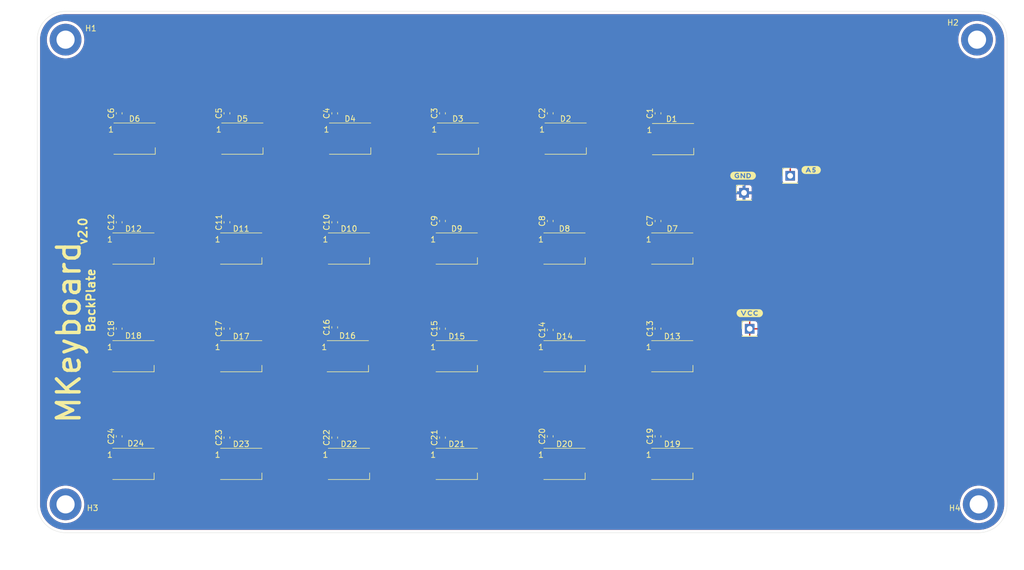
<source format=kicad_pcb>
(kicad_pcb (version 20210824) (generator pcbnew)
  (title_block (title "Macros Keyboard RGB Backplate") (date "2021-04-18") (rev "1.0"))
  (layers (0 "F.Cu" signal) (31 "B.Cu" signal) (34 "B.Paste" user) (35 "F.Paste" user) (36 "B.SilkS" user "B.Silkscreen") (37 "F.SilkS" user "F.Silkscreen") (38 "B.Mask" user) (39 "F.Mask" user) (44 "Edge.Cuts" user))
  (net 0 "")
  (net 1 "Net-(D1-Pad2)")
  (net 2 "VCC")
  (net 3 "GND")
  (net 4 "Net-(D2-Pad2)")
  (net 5 "Net-(D3-Pad2)")
  (net 6 "/A5")
  (net 7 "Net-(D4-Pad2)")
  (net 8 "Net-(D5-Pad2)")
  (net 9 "Net-(D6-Pad2)")
  (net 10 "Net-(D7-Pad2)")
  (net 11 "Net-(D8-Pad2)")
  (net 12 "Net-(D10-Pad4)")
  (net 13 "Net-(D10-Pad2)")
  (net 14 "Net-(D11-Pad2)")
  (net 15 "Net-(D12-Pad2)")
  (net 16 "Net-(D13-Pad2)")
  (net 17 "Net-(D14-Pad2)")
  (net 18 "Net-(D15-Pad2)")
  (net 19 "Net-(D16-Pad2)")
  (net 20 "Net-(D17-Pad2)")
  (net 21 "Net-(D18-Pad2)")
  (net 22 "Net-(D19-Pad2)")
  (net 23 "Net-(D20-Pad2)")
  (net 24 "Net-(D21-Pad2)")
  (net 25 "Net-(D22-Pad2)")
  (net 26 "Net-(D23-Pad2)")
  (footprint "Capacitor_SMD:C_0603_1608Metric" (layer "F.Cu") (at 131 64 90)
    (fp_text reference "C3" (at 0 -1.43 90) (layer "F.SilkS"))
    (fp_text value "100nF")
    (pad "1" smd roundrect locked (at -0.775 0 90) (size 0.9 0.95) (layers "F.Cu" "F.Paste" "F.Mask") (net 2 "VCC"))
    (pad "2" smd roundrect locked (at 0.775 0 90) (size 0.9 0.95) (layers "F.Cu" "F.Paste" "F.Mask") (net 3 "GND"))
  )
  (footprint "Capacitor_SMD:C_0603_1608Metric" (layer "F.Cu") (at 112 64 90)
    (fp_text reference "C4" (at 0 -1.43 90) (layer "F.SilkS"))
    (fp_text value "100nF")
    (pad "1" smd roundrect locked (at -0.775 0 90) (size 0.9 0.95) (layers "F.Cu" "F.Paste" "F.Mask") (net 2 "VCC"))
    (pad "2" smd roundrect locked (at 0.775 0 90) (size 0.9 0.95) (layers "F.Cu" "F.Paste" "F.Mask") (net 3 "GND"))
  )
  (footprint "MountingHole:MountingHole_3.2mm_M3_DIN965_Pad" (layer "F.Cu") (at 64.544875 132.99875)
    (fp_text reference "H3" (at 4.765125 0.66125) (layer "F.SilkS"))
    (fp_text value "MountingHole")
    (pad "1" thru_hole circle locked (at 0 0) (size 5.6 5.6) (drill 3.2) (layers *.Cu *.Mask))
  )
  (footprint "LED_SMD:LED_WS2812B_PLCC4_5.0x5.0mm_P3.2mm" (layer "F.Cu") (at 152.51 106.86)
    (fp_text reference "D14" (at 0 -3.5) (layer "F.SilkS"))
    (fp_text value "WS2812B")
    (fp_text user "1" (at -4.15 -1.6) (layer "F.SilkS"))
    (pad "1" smd rect locked (at -2.45 -1.6) (size 1.5 1) (layers "F.Cu" "F.Paste" "F.Mask") (net 2 "VCC"))
    (pad "2" smd rect locked (at -2.45 1.6) (size 1.5 1) (layers "F.Cu" "F.Paste" "F.Mask") (net 17 "Net-(D14-Pad2)"))
    (pad "3" smd rect locked (at 2.45 1.6) (size 1.5 1) (layers "F.Cu" "F.Paste" "F.Mask") (net 3 "GND"))
    (pad "4" smd rect locked (at 2.45 -1.6) (size 1.5 1) (layers "F.Cu" "F.Paste" "F.Mask") (net 16 "Net-(D13-Pad2)"))
  )
  (footprint "Capacitor_SMD:C_0603_1608Metric" (layer "F.Cu") (at 150 64 90)
    (fp_text reference "C2" (at 0 -1.43 90) (layer "F.SilkS"))
    (fp_text value "100nF")
    (pad "1" smd roundrect locked (at -0.775 0 90) (size 0.9 0.95) (layers "F.Cu" "F.Paste" "F.Mask") (net 2 "VCC"))
    (pad "2" smd roundrect locked (at 0.775 0 90) (size 0.9 0.95) (layers "F.Cu" "F.Paste" "F.Mask") (net 3 "GND"))
  )
  (footprint "" (layer "F.Cu") (at 180.856125 86.36)
    (fp_text reference "" (at 11.31 -11.34) (layer "F.SilkS") (effects (font (size 1.27 1.27))))
    (fp_text value "" (at 11.31 -11.34) (layer "F.SilkS") (effects (font (size 1.27 1.27))))
  )
  (footprint "Capacitor_SMD:C_0603_1608Metric" (layer "F.Cu") (at 169 102 90)
    (fp_text reference "C13" (at 0 -1.43 90) (layer "F.SilkS"))
    (fp_text value "100nF")
    (pad "1" smd roundrect locked (at -0.775 0 90) (size 0.9 0.95) (layers "F.Cu" "F.Paste" "F.Mask") (net 2 "VCC"))
    (pad "2" smd roundrect locked (at 0.775 0 90) (size 0.9 0.95) (layers "F.Cu" "F.Paste" "F.Mask") (net 3 "GND"))
  )
  (footprint "LED_SMD:LED_WS2812B_PLCC4_5.0x5.0mm_P3.2mm" (layer "F.Cu") (at 133.51 106.86)
    (fp_text reference "D15" (at 0 -3.5) (layer "F.SilkS"))
    (fp_text value "WS2812B")
    (fp_text user "1" (at -4.15 -1.6) (layer "F.SilkS"))
    (pad "1" smd rect locked (at -2.45 -1.6) (size 1.5 1) (layers "F.Cu" "F.Paste" "F.Mask") (net 2 "VCC"))
    (pad "2" smd rect locked (at -2.45 1.6) (size 1.5 1) (layers "F.Cu" "F.Paste" "F.Mask") (net 18 "Net-(D15-Pad2)"))
    (pad "3" smd rect locked (at 2.45 1.6) (size 1.5 1) (layers "F.Cu" "F.Paste" "F.Mask") (net 3 "GND"))
    (pad "4" smd rect locked (at 2.45 -1.6) (size 1.5 1) (layers "F.Cu" "F.Paste" "F.Mask") (net 17 "Net-(D14-Pad2)"))
  )
  (footprint "Capacitor_SMD:C_0603_1608Metric" (layer "F.Cu") (at 150 102.225 90)
    (fp_text reference "C14" (at 0 -1.43 90) (layer "F.SilkS"))
    (fp_text value "100nF")
    (pad "1" smd roundrect locked (at -0.775 0 90) (size 0.9 0.95) (layers "F.Cu" "F.Paste" "F.Mask") (net 2 "VCC"))
    (pad "2" smd roundrect locked (at 0.775 0 90) (size 0.9 0.95) (layers "F.Cu" "F.Paste" "F.Mask") (net 3 "GND"))
  )
  (footprint "LED_SMD:LED_WS2812B_PLCC4_5.0x5.0mm_P3.2mm" (layer "F.Cu") (at 114.31 106.86)
    (fp_text reference "D16" (at -0.06 -3.61) (layer "F.SilkS"))
    (fp_text value "WS2812B")
    (fp_text user "1" (at -4.15 -1.6) (layer "F.SilkS"))
    (pad "1" smd rect locked (at -2.45 -1.6) (size 1.5 1) (layers "F.Cu" "F.Paste" "F.Mask") (net 2 "VCC"))
    (pad "2" smd rect locked (at -2.45 1.6) (size 1.5 1) (layers "F.Cu" "F.Paste" "F.Mask") (net 19 "Net-(D16-Pad2)"))
    (pad "3" smd rect locked (at 2.45 1.6) (size 1.5 1) (layers "F.Cu" "F.Paste" "F.Mask") (net 3 "GND"))
    (pad "4" smd rect locked (at 2.45 -1.6) (size 1.5 1) (layers "F.Cu" "F.Paste" "F.Mask") (net 18 "Net-(D15-Pad2)"))
  )
  (footprint "Capacitor_SMD:C_0603_1608Metric" (layer "F.Cu") (at 169 121 90)
    (fp_text reference "C19" (at 0 -1.43 90) (layer "F.SilkS"))
    (fp_text value "100nF")
    (pad "1" smd roundrect locked (at -0.775 0 90) (size 0.9 0.95) (layers "F.Cu" "F.Paste" "F.Mask") (net 2 "VCC"))
    (pad "2" smd roundrect locked (at 0.775 0 90) (size 0.9 0.95) (layers "F.Cu" "F.Paste" "F.Mask") (net 3 "GND"))
  )
  (footprint "Capacitor_SMD:C_0603_1608Metric" (layer "F.Cu") (at 74 102 90)
    (fp_text reference "C18" (at 0 -1.43 90) (layer "F.SilkS"))
    (fp_text value "100nF")
    (pad "1" smd roundrect locked (at -0.775 0 90) (size 0.9 0.95) (layers "F.Cu" "F.Paste" "F.Mask") (net 2 "VCC"))
    (pad "2" smd roundrect locked (at 0.775 0 90) (size 0.9 0.95) (layers "F.Cu" "F.Paste" "F.Mask") (net 3 "GND"))
  )
  (footprint "Capacitor_SMD:C_0603_1608Metric" (layer "F.Cu") (at 93 121.225 90)
    (fp_text reference "C23" (at 0 -1.43 90) (layer "F.SilkS"))
    (fp_text value "100nF")
    (pad "1" smd roundrect locked (at -0.775 0 90) (size 0.9 0.95) (layers "F.Cu" "F.Paste" "F.Mask") (net 2 "VCC"))
    (pad "2" smd roundrect locked (at 0.775 0 90) (size 0.9 0.95) (layers "F.Cu" "F.Paste" "F.Mask") (net 3 "GND"))
  )
  (footprint "LED_SMD:LED_WS2812B_PLCC4_5.0x5.0mm_P3.2mm" (layer "F.Cu") (at 95.51 125.86)
    (fp_text reference "D23" (at 0 -3.5) (layer "F.SilkS"))
    (fp_text value "WS2812B")
    (fp_text user "1" (at -4.15 -1.6) (layer "F.SilkS"))
    (pad "1" smd rect locked (at -2.45 -1.6) (size 1.5 1) (layers "F.Cu" "F.Paste" "F.Mask") (net 2 "VCC"))
    (pad "2" smd rect locked (at -2.45 1.6) (size 1.5 1) (layers "F.Cu" "F.Paste" "F.Mask") (net 26 "Net-(D23-Pad2)"))
    (pad "3" smd rect locked (at 2.45 1.6) (size 1.5 1) (layers "F.Cu" "F.Paste" "F.Mask") (net 3 "GND"))
    (pad "4" smd rect locked (at 2.45 -1.6) (size 1.5 1) (layers "F.Cu" "F.Paste" "F.Mask") (net 25 "Net-(D22-Pad2)"))
  )
  (footprint "MountingHole:MountingHole_3.2mm_M3_DIN965_Pad" (layer "F.Cu") (at 225.544875 132.99875)
    (fp_text reference "H4" (at -4.234875 0.66125) (layer "F.SilkS"))
    (fp_text value "MountingHole")
    (pad "1" thru_hole circle locked (at 0 0) (size 5.6 5.6) (drill 3.2) (layers *.Cu *.Mask))
  )
  (footprint "LED_SMD:LED_WS2812B_PLCC4_5.0x5.0mm_P3.2mm" (layer "F.Cu") (at 133.71 68.46)
    (fp_text reference "D3" (at 0 -3.5) (layer "F.SilkS"))
    (fp_text value "WS2812B")
    (fp_text user "1" (at -4.15 -1.6) (layer "F.SilkS"))
    (pad "1" smd rect locked (at -2.45 -1.6) (size 1.5 1) (layers "F.Cu" "F.Paste" "F.Mask") (net 2 "VCC"))
    (pad "2" smd rect locked (at -2.45 1.6) (size 1.5 1) (layers "F.Cu" "F.Paste" "F.Mask") (net 5 "Net-(D3-Pad2)"))
    (pad "3" smd rect locked (at 2.45 1.6) (size 1.5 1) (layers "F.Cu" "F.Paste" "F.Mask") (net 3 "GND"))
    (pad "4" smd rect locked (at 2.45 -1.6) (size 1.5 1) (layers "F.Cu" "F.Paste" "F.Mask") (net 4 "Net-(D2-Pad2)"))
  )
  (footprint "" (layer "F.Cu") (at 172.856125 89.36)
    (fp_text reference "" (at 11.31 -11.34) (layer "F.SilkS") (effects (font (size 1.27 1.27))))
    (fp_text value "" (at 11.31 -11.34) (layer "F.SilkS") (effects (font (size 1.27 1.27))))
  )
  (footprint "Capacitor_SMD:C_0603_1608Metric" (layer "F.Cu") (at 169 83 90)
    (fp_text reference "C7" (at 0 -1.43 90) (layer "F.SilkS"))
    (fp_text value "100nF")
    (pad "1" smd roundrect locked (at -0.775 0 90) (size 0.9 0.95) (layers "F.Cu" "F.Paste" "F.Mask") (net 2 "VCC"))
    (pad "2" smd roundrect locked (at 0.775 0 90) (size 0.9 0.95) (layers "F.Cu" "F.Paste" "F.Mask") (net 3 "GND"))
  )
  (footprint "LED_SMD:LED_WS2812B_PLCC4_5.0x5.0mm_P3.2mm" (layer "F.Cu") (at 133.51 87.86)
    (fp_text reference "D9" (at 0 -3.5) (layer "F.SilkS"))
    (fp_text value "WS2812B")
    (fp_text user "1" (at -4.15 -1.6) (layer "F.SilkS"))
    (pad "1" smd rect locked (at -2.45 -1.6) (size 1.5 1) (layers "F.Cu" "F.Paste" "F.Mask") (net 2 "VCC"))
    (pad "2" smd rect locked (at -2.45 1.6) (size 1.5 1) (layers "F.Cu" "F.Paste" "F.Mask") (net 12 "Net-(D10-Pad4)"))
    (pad "3" smd rect locked (at 2.45 1.6) (size 1.5 1) (layers "F.Cu" "F.Paste" "F.Mask") (net 3 "GND"))
    (pad "4" smd rect locked (at 2.45 -1.6) (size 1.5 1) (layers "F.Cu" "F.Paste" "F.Mask") (net 11 "Net-(D8-Pad2)"))
  )
  (footprint "Capacitor_SMD:C_0603_1608Metric" (layer "F.Cu") (at 93 64 90)
    (fp_text reference "C5" (at 0 -1.43 90) (layer "F.SilkS"))
    (fp_text value "100nF")
    (pad "1" smd roundrect locked (at -0.775 0 90) (size 0.9 0.95) (layers "F.Cu" "F.Paste" "F.Mask") (net 2 "VCC"))
    (pad "2" smd roundrect locked (at 0.775 0 90) (size 0.9 0.95) (layers "F.Cu" "F.Paste" "F.Mask") (net 3 "GND"))
  )
  (footprint "Capacitor_SMD:C_0603_1608Metric" (layer "F.Cu") (at 150 83 90)
    (fp_text reference "C8" (at 0 -1.43 90) (layer "F.SilkS"))
    (fp_text value "100nF")
    (pad "1" smd roundrect locked (at -0.775 0 90) (size 0.9 0.95) (layers "F.Cu" "F.Paste" "F.Mask") (net 2 "VCC"))
    (pad "2" smd roundrect locked (at 0.775 0 90) (size 0.9 0.95) (layers "F.Cu" "F.Paste" "F.Mask") (net 3 "GND"))
  )
  (footprint "LED_SMD:LED_WS2812B_PLCC4_5.0x5.0mm_P3.2mm" (layer "F.Cu") (at 171.51 87.86)
    (fp_text reference "D7" (at 0 -3.5) (layer "F.SilkS"))
    (fp_text value "WS2812B")
    (fp_text user "1" (at -4.15 -1.6) (layer "F.SilkS"))
    (pad "1" smd rect locked (at -2.45 -1.6) (size 1.5 1) (layers "F.Cu" "F.Paste" "F.Mask") (net 2 "VCC"))
    (pad "2" smd rect locked (at -2.45 1.6) (size 1.5 1) (layers "F.Cu" "F.Paste" "F.Mask") (net 10 "Net-(D7-Pad2)"))
    (pad "3" smd rect locked (at 2.45 1.6) (size 1.5 1) (layers "F.Cu" "F.Paste" "F.Mask") (net 3 "GND"))
    (pad "4" smd rect locked (at 2.45 -1.6) (size 1.5 1) (layers "F.Cu" "F.Paste" "F.Mask") (net 9 "Net-(D6-Pad2)"))
  )
  (footprint "Capacitor_SMD:C_0603_1608Metric" (layer "F.Cu") (at 74 121 90)
    (fp_text reference "C24" (at 0 -1.43 90) (layer "F.SilkS"))
    (fp_text value "100nF")
    (pad "1" smd roundrect locked (at -0.775 0 90) (size 0.9 0.95) (layers "F.Cu" "F.Paste" "F.Mask") (net 2 "VCC"))
    (pad "2" smd roundrect locked (at 0.775 0 90) (size 0.9 0.95) (layers "F.Cu" "F.Paste" "F.Mask") (net 3 "GND"))
  )
  (footprint "Capacitor_SMD:C_0603_1608Metric" (layer "F.Cu") (at 150 121 90)
    (fp_text reference "C20" (at 0 -1.43 90) (layer "F.SilkS"))
    (fp_text value "100nF")
    (pad "1" smd roundrect locked (at -0.775 0 90) (size 0.9 0.95) (layers "F.Cu" "F.Paste" "F.Mask") (net 2 "VCC"))
    (pad "2" smd roundrect locked (at 0.775 0 90) (size 0.9 0.95) (layers "F.Cu" "F.Paste" "F.Mask") (net 3 "GND"))
  )
  (footprint "Capacitor_SMD:C_0603_1608Metric" (layer "F.Cu") (at 112 101.775 90)
    (fp_text reference "C16" (at 0 -1.43 90) (layer "F.SilkS"))
    (fp_text value "100nF")
    (pad "1" smd roundrect locked (at -0.775 0 90) (size 0.9 0.95) (layers "F.Cu" "F.Paste" "F.Mask") (net 2 "VCC"))
    (pad "2" smd roundrect locked (at 0.775 0 90) (size 0.9 0.95) (layers "F.Cu" "F.Paste" "F.Mask") (net 3 "GND"))
  )
  (footprint "" (layer "F.Cu") (at 184.17875 83.74875)
    (fp_text reference "" (at 11.31 -11.34) (layer "F.SilkS") (effects (font (size 1.27 1.27))))
    (fp_text value "" (at 11.31 -11.34) (layer "F.SilkS") (effects (font (size 1.27 1.27))))
  )
  (footprint "LED_SMD:LED_WS2812B_PLCC4_5.0x5.0mm_P3.2mm" (layer "F.Cu") (at 95.71 68.46)
    (fp_text reference "D5" (at 0 -3.5) (layer "F.SilkS"))
    (fp_text value "WS2812B")
    (fp_text user "1" (at -4.15 -1.6) (layer "F.SilkS"))
    (pad "1" smd rect locked (at -2.45 -1.6) (size 1.5 1) (layers "F.Cu" "F.Paste" "F.Mask") (net 2 "VCC"))
    (pad "2" smd rect locked (at -2.45 1.6) (size 1.5 1) (layers "F.Cu" "F.Paste" "F.Mask") (net 8 "Net-(D5-Pad2)"))
    (pad "3" smd rect locked (at 2.45 1.6) (size 1.5 1) (layers "F.Cu" "F.Paste" "F.Mask") (net 3 "GND"))
    (pad "4" smd rect locked (at 2.45 -1.6) (size 1.5 1) (layers "F.Cu" "F.Paste" "F.Mask") (net 7 "Net-(D4-Pad2)"))
  )
  (footprint "Capacitor_SMD:C_0603_1608Metric" (layer "F.Cu") (at 112 121.225 90)
    (fp_text reference "C22" (at 0 -1.43 90) (layer "F.SilkS"))
    (fp_text value "100nF")
    (pad "1" smd roundrect locked (at -0.775 0 90) (size 0.9 0.95) (layers "F.Cu" "F.Paste" "F.Mask") (net 2 "VCC"))
    (pad "2" smd roundrect locked (at 0.775 0 90) (size 0.9 0.95) (layers "F.Cu" "F.Paste" "F.Mask") (net 3 "GND"))
  )
  (footprint "Capacitor_SMD:C_0603_1608Metric" (layer "F.Cu") (at 169 64 90)
    (fp_text reference "C1" (at 0 -1.43 90) (layer "F.SilkS"))
    (fp_text value "100nF")
    (pad "1" smd roundrect locked (at -0.775 0 90) (size 0.9 0.95) (layers "F.Cu" "F.Paste" "F.Mask") (net 2 "VCC"))
    (pad "2" smd roundrect locked (at 0.775 0 90) (size 0.9 0.95) (layers "F.Cu" "F.Paste" "F.Mask") (net 3 "GND"))
  )
  (footprint "LED_SMD:LED_WS2812B_PLCC4_5.0x5.0mm_P3.2mm" (layer "F.Cu") (at 171.65 68.55)
    (fp_text reference "D1" (at -0.25 -3.55) (layer "F.SilkS"))
    (fp_text value "WS2812B")
    (fp_text user "1" (at -4.15 -1.6) (layer "F.SilkS"))
    (pad "1" smd rect locked (at -2.45 -1.6) (size 1.5 1) (layers "F.Cu" "F.Paste" "F.Mask") (net 2 "VCC"))
    (pad "2" smd rect locked (at -2.45 1.6) (size 1.5 1) (layers "F.Cu" "F.Paste" "F.Mask") (net 1 "Net-(D1-Pad2)"))
    (pad "3" smd rect locked (at 2.45 1.6) (size 1.5 1) (layers "F.Cu" "F.Paste" "F.Mask") (net 3 "GND"))
    (pad "4" smd rect locked (at 2.45 -1.6) (size 1.5 1) (layers "F.Cu" "F.Paste" "F.Mask") (net 6 "/A5"))
  )
  (footprint "LED_SMD:LED_WS2812B_PLCC4_5.0x5.0mm_P3.2mm" (layer "F.Cu") (at 171.51 125.86)
    (fp_text reference "D19" (at 0 -3.5) (layer "F.SilkS"))
    (fp_text value "WS2812B")
    (fp_text user "1" (at -4.15 -1.6) (layer "F.SilkS"))
    (pad "1" smd rect locked (at -2.45 -1.6) (size 1.5 1) (layers "F.Cu" "F.Paste" "F.Mask") (net 2 "VCC"))
    (pad "2" smd rect locked (at -2.45 1.6) (size 1.5 1) (layers "F.Cu" "F.Paste" "F.Mask") (net 22 "Net-(D19-Pad2)"))
    (pad "3" smd rect locked (at 2.45 1.6) (size 1.5 1) (layers "F.Cu" "F.Paste" "F.Mask") (net 3 "GND"))
    (pad "4" smd rect locked (at 2.45 -1.6) (size 1.5 1) (layers "F.Cu" "F.Paste" "F.Mask") (net 21 "Net-(D18-Pad2)"))
  )
  (footprint "MountingHole:MountingHole_3.2mm_M3_DIN965_Pad" (layer "F.Cu") (at 225.244875 50.99875)
    (fp_text reference "H2" (at -4.244875 -2.99875) (layer "F.SilkS"))
    (fp_text value "MountingHole")
    (pad "1" thru_hole circle locked (at 0 0) (size 5.6 5.6) (drill 3.2) (layers *.Cu *.Mask))
  )
  (footprint "MountingHole:MountingHole_3.2mm_M3_DIN965_Pad" (layer "F.Cu") (at 64.544875 50.99875)
    (fp_text reference "H1" (at 4.455125 -1.99875) (layer "F.SilkS"))
    (fp_text value "MountingHole")
    (pad "1" thru_hole circle locked (at 0 0) (size 5.6 5.6) (drill 3.2) (layers *.Cu *.Mask))
  )
  (footprint "Capacitor_SMD:C_0603_1608Metric" (layer "F.Cu") (at 131 121.225 90)
    (fp_text reference "C21" (at 0 -1.43 90) (layer "F.SilkS"))
    (fp_text value "100nF")
    (pad "1" smd roundrect locked (at -0.775 0 90) (size 0.9 0.95) (layers "F.Cu" "F.Paste" "F.Mask") (net 2 "VCC"))
    (pad "2" smd roundrect locked (at 0.775 0 90) (size 0.9 0.95) (layers "F.Cu" "F.Paste" "F.Mask") (net 3 "GND"))
  )
  (footprint "Connector_PinHeader_2.54mm:PinHeader_1x01_P2.54mm_Vertical" (layer "F.Cu") (at 185.166125 102.02)
    (fp_text reference "TP1")
    (fp_text value "VCC")
    (pad "1" thru_hole rect locked (at 0 0) (size 1.7 1.7) (drill 1) (layers *.Cu *.Mask) (net 2 "VCC"))
  )
  (footprint "LED_SMD:LED_WS2812B_PLCC4_5.0x5.0mm_P3.2mm" (layer "F.Cu") (at 152.51 87.86)
    (fp_text reference "D8" (at 0 -3.5) (layer "F.SilkS"))
    (fp_text value "WS2812B")
    (fp_text user "1" (at -4.15 -1.6) (layer "F.SilkS"))
    (pad "1" smd rect locked (at -2.45 -1.6) (size 1.5 1) (layers "F.Cu" "F.Paste" "F.Mask") (net 2 "VCC"))
    (pad "2" smd rect locked (at -2.45 1.6) (size 1.5 1) (layers "F.Cu" "F.Paste" "F.Mask") (net 11 "Net-(D8-Pad2)"))
    (pad "3" smd rect locked (at 2.45 1.6) (size 1.5 1) (layers "F.Cu" "F.Paste" "F.Mask") (net 3 "GND"))
    (pad "4" smd rect locked (at 2.45 -1.6) (size 1.5 1) (layers "F.Cu" "F.Paste" "F.Mask") (net 10 "Net-(D7-Pad2)"))
  )
  (footprint "LED_SMD:LED_WS2812B_PLCC4_5.0x5.0mm_P3.2mm" (layer "F.Cu") (at 114.51 125.86)
    (fp_text reference "D22" (at 0 -3.5) (layer "F.SilkS"))
    (fp_text value "WS2812B")
    (fp_text user "1" (at -4.15 -1.6) (layer "F.SilkS"))
    (pad "1" smd rect locked (at -2.45 -1.6) (size 1.5 1) (layers "F.Cu" "F.Paste" "F.Mask") (net 2 "VCC"))
    (pad "2" smd rect locked (at -2.45 1.6) (size 1.5 1) (layers "F.Cu" "F.Paste" "F.Mask") (net 25 "Net-(D22-Pad2)"))
    (pad "3" smd rect locked (at 2.45 1.6) (size 1.5 1) (layers "F.Cu" "F.Paste" "F.Mask") (net 3 "GND"))
    (pad "4" smd rect locked (at 2.45 -1.6) (size 1.5 1) (layers "F.Cu" "F.Paste" "F.Mask") (net 24 "Net-(D21-Pad2)"))
  )
  (footprint "buzzardLabel" (layer "F.Cu") (at 196 74)
    (fp_text reference "" (at 0 0) (layer "F.SilkS") (effects (font (size 1.27 1.27))))
    (fp_text value "" (at 0 0) (layer "F.SilkS") (effects (font (size 1.27 1.27))))
  )
  (footprint "LED_SMD:LED_WS2812B_PLCC4_5.0x5.0mm_P3.2mm" (layer "F.Cu") (at 95.51 87.86)
    (fp_text reference "D11" (at 0 -3.5) (layer "F.SilkS"))
    (fp_text value "WS2812B")
    (fp_text user "1" (at -4.15 -1.6) (layer "F.SilkS"))
    (pad "1" smd rect locked (at -2.45 -1.6) (size 1.5 1) (layers "F.Cu" "F.Paste" "F.Mask") (net 2 "VCC"))
    (pad "2" smd rect locked (at -2.45 1.6) (size 1.5 1) (layers "F.Cu" "F.Paste" "F.Mask") (net 14 "Net-(D11-Pad2)"))
    (pad "3" smd rect locked (at 2.45 1.6) (size 1.5 1) (layers "F.Cu" "F.Paste" "F.Mask") (net 3 "GND"))
    (pad "4" smd rect locked (at 2.45 -1.6) (size 1.5 1) (layers "F.Cu" "F.Paste" "F.Mask") (net 13 "Net-(D10-Pad2)"))
  )
  (footprint "LED_SMD:LED_WS2812B_PLCC4_5.0x5.0mm_P3.2mm" (layer "F.Cu") (at 76.51 106.86)
    (fp_text reference "D18" (at -0.01 -3.61) (layer "F.SilkS"))
    (fp_text value "WS2812B")
    (fp_text user "1" (at -4.15 -1.6) (layer "F.SilkS"))
    (pad "1" smd rect locked (at -2.45 -1.6) (size 1.5 1) (layers "F.Cu" "F.Paste" "F.Mask") (net 2 "VCC"))
    (pad "2" smd rect locked (at -2.45 1.6) (size 1.5 1) (layers "F.Cu" "F.Paste" "F.Mask") (net 21 "Net-(D18-Pad2)"))
    (pad "3" smd rect locked (at 2.45 1.6) (size 1.5 1) (layers "F.Cu" "F.Paste" "F.Mask") (net 3 "GND"))
    (pad "4" smd rect locked (at 2.45 -1.6) (size 1.5 1) (layers "F.Cu" "F.Paste" "F.Mask") (net 20 "Net-(D17-Pad2)"))
  )
  (footprint "" (layer "F.Cu") (at 214.234875 144.33875)
    (fp_text reference "" (at 11.31 -11.34) (layer "F.SilkS") (effects (font (size 1.27 1.27))))
    (fp_text value "" (at 11.31 -11.34) (layer "F.SilkS") (effects (font (size 1.27 1.27))))
  )
  (footprint "LED_SMD:LED_WS2812B_PLCC4_5.0x5.0mm_P3.2mm" (layer "F.Cu") (at 76.51 125.86)
    (fp_text reference "D24" (at 0.4 -3.6) (layer "F.SilkS"))
    (fp_text value "WS2812B")
    (fp_text user "1" (at -4.15 -1.6) (layer "F.SilkS"))
    (pad "1" smd rect locked (at -2.45 -1.6) (size 1.5 1) (layers "F.Cu" "F.Paste" "F.Mask") (net 2 "VCC"))
    (pad "2" smd rect locked (at -2.45 1.6) (size 1.5 1) (layers "F.Cu" "F.Paste" "F.Mask"))
    (pad "3" smd rect locked (at 2.45 1.6) (size 1.5 1) (layers "F.Cu" "F.Paste" "F.Mask") (net 3 "GND"))
    (pad "4" smd rect locked (at 2.45 -1.6) (size 1.5 1) (layers "F.Cu" "F.Paste" "F.Mask") (net 26 "Net-(D23-Pad2)"))
  )
  (footprint "LED_SMD:LED_WS2812B_PLCC4_5.0x5.0mm_P3.2mm" (layer "F.Cu") (at 152.51 125.86)
    (fp_text reference "D20" (at 0 -3.5) (layer "F.SilkS"))
    (fp_text value "WS2812B")
    (fp_text user "1" (at -4.15 -1.6) (layer "F.SilkS"))
    (pad "1" smd rect locked (at -2.45 -1.6) (size 1.5 1) (layers "F.Cu" "F.Paste" "F.Mask") (net 2 "VCC"))
    (pad "2" smd rect locked (at -2.45 1.6) (size 1.5 1) (layers "F.Cu" "F.Paste" "F.Mask") (net 23 "Net-(D20-Pad2)"))
    (pad "3" smd rect locked (at 2.45 1.6) (size 1.5 1) (layers "F.Cu" "F.Paste" "F.Mask") (net 3 "GND"))
    (pad "4" smd rect locked (at 2.45 -1.6) (size 1.5 1) (layers "F.Cu" "F.Paste" "F.Mask") (net 22 "Net-(D19-Pad2)"))
  )
  (footprint "Capacitor_SMD:C_0603_1608Metric" (layer "F.Cu") (at 93 83.225 90)
    (fp_text reference "C11" (at 0 -1.43 90) (layer "F.SilkS"))
    (fp_text value "100nF")
    (pad "1" smd roundrect locked (at -0.775 0 90) (size 0.9 0.95) (layers "F.Cu" "F.Paste" "F.Mask") (net 2 "VCC"))
    (pad "2" smd roundrect locked (at 0.775 0 90) (size 0.9 0.95) (layers "F.Cu" "F.Paste" "F.Mask") (net 3 "GND"))
  )
  (footprint "Capacitor_SMD:C_0603_1608Metric" (layer "F.Cu") (at 74 83.225 90)
    (fp_text reference "C12" (at 0 -1.43 90) (layer "F.SilkS"))
    (fp_text value "100nF")
    (pad "1" smd roundrect locked (at -0.775 0 90) (size 0.9 0.95) (layers "F.Cu" "F.Paste" "F.Mask") (net 2 "VCC"))
    (pad "2" smd roundrect locked (at 0.775 0 90) (size 0.9 0.95) (layers "F.Cu" "F.Paste" "F.Mask") (net 3 "GND"))
  )
  (footprint "LED_SMD:LED_WS2812B_PLCC4_5.0x5.0mm_P3.2mm" (layer "F.Cu") (at 114.51 87.86)
    (fp_text reference "D10" (at 0 -3.5) (layer "F.SilkS"))
    (fp_text value "WS2812B")
    (fp_text user "1" (at -4.15 -1.6) (layer "F.SilkS"))
    (pad "1" smd rect locked (at -2.45 -1.6) (size 1.5 1) (layers "F.Cu" "F.Paste" "F.Mask") (net 2 "VCC"))
    (pad "2" smd rect locked (at -2.45 1.6) (size 1.5 1) (layers "F.Cu" "F.Paste" "F.Mask") (net 13 "Net-(D10-Pad2)"))
    (pad "3" smd rect locked (at 2.45 1.6) (size 1.5 1) (layers "F.Cu" "F.Paste" "F.Mask") (net 3 "GND"))
    (pad "4" smd rect locked (at 2.45 -1.6) (size 1.5 1) (layers "F.Cu" "F.Paste" "F.Mask") (net 12 "Net-(D10-Pad4)"))
  )
  (footprint "LED_SMD:LED_WS2812B_PLCC4_5.0x5.0mm_P3.2mm" (layer "F.Cu") (at 76.71 68.46)
    (fp_text reference "D6" (at 0 -3.5) (layer "F.SilkS"))
    (fp_text value "WS2812B")
    (fp_text user "1" (at -4.15 -1.6) (layer "F.SilkS"))
    (pad "1" smd rect locked (at -2.45 -1.6) (size 1.5 1) (layers "F.Cu" "F.Paste" "F.Mask") (net 2 "VCC"))
    (pad "2" smd rect locked (at -2.45 1.6) (size 1.5 1) (layers "F.Cu" "F.Paste" "F.Mask") (net 9 "Net-(D6-Pad2)"))
    (pad "3" smd rect locked (at 2.45 1.6) (size 1.5 1) (layers "F.Cu" "F.Paste" "F.Mask") (net 3 "GND"))
    (pad "4" smd rect locked (at 2.45 -1.6) (size 1.5 1) (layers "F.Cu" "F.Paste" "F.Mask") (net 8 "Net-(D5-Pad2)"))
  )
  (footprint "Capacitor_SMD:C_0603_1608Metric" (layer "F.Cu") (at 112 83.225 90)
    (fp_text reference "C10" (at 0 -1.43 90) (layer "F.SilkS"))
    (fp_text value "100nF")
    (pad "1" smd roundrect locked (at -0.775 0 90) (size 0.9 0.95) (layers "F.Cu" "F.Paste" "F.Mask") (net 2 "VCC"))
    (pad "2" smd roundrect locked (at 0.775 0 90) (size 0.9 0.95) (layers "F.Cu" "F.Paste" "F.Mask") (net 3 "GND"))
  )
  (footprint "buzzardLabel" (layer "F.Cu") (at 184 75)
    (fp_text reference "" (at -5.62125 -0.02125) (layer "F.SilkS") (effects (font (size 1.27 1.27))))
    (fp_text value "" (at -5.62125 -0.02125) (layer "F.SilkS") (effects (font (size 1.27 1.27))))
  )
  (footprint "Connector_PinHeader_2.54mm:PinHeader_1x01_P2.54mm_Vertical" (layer "F.Cu") (at 184.166125 78.02)
    (fp_text reference "TP8")
    (fp_text value "GND")
    (pad "1" thru_hole rect locked (at 0 0) (size 1.7 1.7) (drill 1) (layers *.Cu *.Mask) (net 3 "GND"))
  )
  (footprint "LED_SMD:LED_WS2812B_PLCC4_5.0x5.0mm_P3.2mm" (layer "F.Cu") (at 171.51 106.86)
    (fp_text reference "D13" (at 0 -3.5) (layer "F.SilkS"))
    (fp_text value "WS2812B")
    (fp_text user "1" (at -4.15 -1.6) (layer "F.SilkS"))
    (pad "1" smd rect locked (at -2.45 -1.6) (size 1.5 1) (layers "F.Cu" "F.Paste" "F.Mask") (net 2 "VCC"))
    (pad "2" smd rect locked (at -2.45 1.6) (size 1.5 1) (layers "F.Cu" "F.Paste" "F.Mask") (net 16 "Net-(D13-Pad2)"))
    (pad "3" smd rect locked (at 2.45 1.6) (size 1.5 1) (layers "F.Cu" "F.Paste" "F.Mask") (net 3 "GND"))
    (pad "4" smd rect locked (at 2.45 -1.6) (size 1.5 1) (layers "F.Cu" "F.Paste" "F.Mask") (net 15 "Net-(D12-Pad2)"))
  )
  (footprint "buzzardLabel" (layer "F.Cu") (at 185.18 99.26)
    (fp_text reference "" (at -5.62125 -0.02125) (layer "F.SilkS") (effects (font (size 1.27 1.27))))
    (fp_text value "" (at -5.62125 -0.02125) (layer "F.SilkS") (effects (font (size 1.27 1.27))))
  )
  (footprint "LED_SMD:LED_WS2812B_PLCC4_5.0x5.0mm_P3.2mm" (layer "F.Cu") (at 95.51 106.86)
    (fp_text reference "D17" (at 0 -3.5) (layer "F.SilkS"))
    (fp_text value "WS2812B")
    (fp_text user "1" (at -4.15 -1.6) (layer "F.SilkS"))
    (pad "1" smd rect locked (at -2.45 -1.6) (size 1.5 1) (layers "F.Cu" "F.Paste" "F.Mask") (net 2 "VCC"))
    (pad "2" smd rect locked (at -2.45 1.6) (size 1.5 1) (layers "F.Cu" "F.Paste" "F.Mask") (net 20 "Net-(D17-Pad2)"))
    (pad "3" smd rect locked (at 2.45 1.6) (size 1.5 1) (layers "F.Cu" "F.Paste" "F.Mask") (net 3 "GND"))
    (pad "4" smd rect locked (at 2.45 -1.6) (size 1.5 1) (layers "F.Cu" "F.Paste" "F.Mask") (net 19 "Net-(D16-Pad2)"))
  )
  (footprint "Capacitor_SMD:C_0603_1608Metric" (layer "F.Cu") (at 131 83 90)
    (fp_text reference "C9" (at 0 -1.43 90) (layer "F.SilkS"))
    (fp_text value "100nF")
    (pad "1" smd roundrect locked (at -0.775 0 90) (size 0.9 0.95) (layers "F.Cu" "F.Paste" "F.Mask") (net 2 "VCC"))
    (pad "2" smd roundrect locked (at 0.775 0 90) (size 0.9 0.95) (layers "F.Cu" "F.Paste" "F.Mask") (net 3 "GND"))
  )
  (footprint "LED_SMD:LED_WS2812B_PLCC4_5.0x5.0mm_P3.2mm" (layer "F.Cu") (at 133.51 125.86)
    (fp_text reference "D21" (at 0 -3.5) (layer "F.SilkS"))
    (fp_text value "WS2812B")
    (fp_text user "1" (at -4.15 -1.6) (layer "F.SilkS"))
    (pad "1" smd rect locked (at -2.45 -1.6) (size 1.5 1) (layers "F.Cu" "F.Paste" "F.Mask") (net 2 "VCC"))
    (pad "2" smd rect locked (at -2.45 1.6) (size 1.5 1) (layers "F.Cu" "F.Paste" "F.Mask") (net 24 "Net-(D21-Pad2)"))
    (pad "3" smd rect locked (at 2.45 1.6) (size 1.5 1) (layers "F.Cu" "F.Paste" "F.Mask") (net 3 "GND"))
    (pad "4" smd rect locked (at 2.45 -1.6) (size 1.5 1) (layers "F.Cu" "F.Paste" "F.Mask") (net 23 "Net-(D20-Pad2)"))
  )
  (footprint "Capacitor_SMD:C_0603_1608Metric" (layer "F.Cu") (at 131 102 90)
    (fp_text reference "C15" (at 0 -1.43 90) (layer "F.SilkS"))
    (fp_text value "100nF")
    (pad "1" smd roundrect locked (at -0.775 0 90) (size 0.9 0.95) (layers "F.Cu" "F.Paste" "F.Mask") (net 2 "VCC"))
    (pad "2" smd roundrect locked (at 0.775 0 90) (size 0.9 0.95) (layers "F.Cu" "F.Paste" "F.Mask") (net 3 "GND"))
  )
  (footprint "" (layer "F.Cu") (at 173.856125 113.36)
    (fp_text reference "" (at 11.31 -11.34) (layer "F.SilkS") (effects (font (size 1.27 1.27))))
    (fp_text value "" (at 11.31 -11.34) (layer "F.SilkS") (effects (font (size 1.27 1.27))))
  )
  (footprint "Capacitor_SMD:C_0603_1608Metric" (layer "F.Cu") (at 74 64 90)
    (fp_text reference "C6" (at 0 -1.43 90) (layer "F.SilkS"))
    (fp_text value "100nF")
    (pad "1" smd roundrect locked (at -0.775 0 90) (size 0.9 0.95) (layers "F.Cu" "F.Paste" "F.Mask") (net 2 "VCC"))
    (pad "2" smd roundrect locked (at 0.775 0 90) (size 0.9 0.95) (layers "F.Cu" "F.Paste" "F.Mask") (net 3 "GND"))
  )
  (footprint "LED_SMD:LED_WS2812B_PLCC4_5.0x5.0mm_P3.2mm" (layer "F.Cu") (at 76.51 87.86)
    (fp_text reference "D12" (at 0 -3.5) (layer "F.SilkS"))
    (fp_text value "WS2812B")
    (fp_text user "1" (at -4.15 -1.6) (layer "F.SilkS"))
    (pad "1" smd rect locked (at -2.45 -1.6) (size 1.5 1) (layers "F.Cu" "F.Paste" "F.Mask") (net 2 "VCC"))
    (pad "2" smd rect locked (at -2.45 1.6) (size 1.5 1) (layers "F.Cu" "F.Paste" "F.Mask") (net 15 "Net-(D12-Pad2)"))
    (pad "3" smd rect locked (at 2.45 1.6) (size 1.5 1) (layers "F.Cu" "F.Paste" "F.Mask") (net 3 "GND"))
    (pad "4" smd rect locked (at 2.45 -1.6) (size 1.5 1) (layers "F.Cu" "F.Paste" "F.Mask") (net 14 "Net-(D11-Pad2)"))
  )
  (footprint "LED_SMD:LED_WS2812B_PLCC4_5.0x5.0mm_P3.2mm" (layer "F.Cu") (at 114.71 68.46)
    (fp_text reference "D4" (at 0 -3.5) (layer "F.SilkS"))
    (fp_text value "WS2812B")
    (fp_text user "1" (at -4.15 -1.6) (layer "F.SilkS"))
    (pad "1" smd rect locked (at -2.45 -1.6) (size 1.5 1) (layers "F.Cu" "F.Paste" "F.Mask") (net 2 "VCC"))
    (pad "2" smd rect locked (at -2.45 1.6) (size 1.5 1) (layers "F.Cu" "F.Paste" "F.Mask") (net 7 "Net-(D4-Pad2)"))
    (pad "3" smd rect locked (at 2.45 1.6) (size 1.5 1) (layers "F.Cu" "F.Paste" "F.Mask") (net 3 "GND"))
    (pad "4" smd rect locked (at 2.45 -1.6) (size 1.5 1) (layers "F.Cu" "F.Paste" "F.Mask") (net 5 "Net-(D3-Pad2)"))
  )
  (footprint "" (layer "F.Cu") (at 53.234875 62.33875)
    (fp_text reference "" (at 11.31 -11.34) (layer "F.SilkS") (effects (font (size 1.27 1.27))))
    (fp_text value "" (at 11.31 -11.34) (layer "F.SilkS") (effects (font (size 1.27 1.27))))
  )
  (footprint "" (layer "F.Cu") (at 213.934875 62.33875)
    (fp_text reference "" (at 11.31 -11.34) (layer "F.SilkS") (effects (font (size 1.27 1.27))))
    (fp_text value "" (at 11.31 -11.34) (layer "F.SilkS") (effects (font (size 1.27 1.27))))
  )
  (footprint "LED_SMD:LED_WS2812B_PLCC4_5.0x5.0mm_P3.2mm" (layer "F.Cu") (at 152.71 68.46)
    (fp_text reference "D2" (at 0 -3.5) (layer "F.SilkS"))
    (fp_text value "WS2812B")
    (fp_text user "1" (at -4.15 -1.6) (layer "F.SilkS"))
    (pad "1" smd rect locked (at -2.45 -1.6) (size 1.5 1) (layers "F.Cu" "F.Paste" "F.Mask") (net 2 "VCC"))
    (pad "2" smd rect locked (at -2.45 1.6) (size 1.5 1) (layers "F.Cu" "F.Paste" "F.Mask") (net 4 "Net-(D2-Pad2)"))
    (pad "3" smd rect locked (at 2.45 1.6) (size 1.5 1) (layers "F.Cu" "F.Paste" "F.Mask") (net 3 "GND"))
    (pad "4" smd rect locked (at 2.45 -1.6) (size 1.5 1) (layers "F.Cu" "F.Paste" "F.Mask") (net 1 "Net-(D1-Pad2)"))
  )
  (footprint "" (layer "F.Cu") (at 53.234875 144.33875)
    (fp_text reference "" (at 11.31 -11.34) (layer "F.SilkS") (effects (font (size 1.27 1.27))))
    (fp_text value "" (at 11.31 -11.34) (layer "F.SilkS") (effects (font (size 1.27 1.27))))
  )
  (footprint "Connector_PinHeader_2.54mm:PinHeader_1x01_P2.54mm_Vertical" (layer "F.Cu") (at 192.31 75.02)
    (fp_text reference "TP4")
    (fp_text value "A5")
    (pad "1" thru_hole rect locked (at 0 0) (size 1.7 1.7) (drill 1) (layers *.Cu *.Mask) (net 6 "/A5"))
  )
  (footprint "Capacitor_SMD:C_0603_1608Metric" (layer "F.Cu") (at 93 102 90)
    (fp_text reference "C17" (at 0 -1.43 90) (layer "F.SilkS"))
    (fp_text value "100nF")
    (pad "1" smd roundrect locked (at -0.775 0 90) (size 0.9 0.95) (layers "F.Cu" "F.Paste" "F.Mask") (net 2 "VCC"))
    (pad "2" smd roundrect locked (at 0.775 0 90) (size 0.9 0.95) (layers "F.Cu" "F.Paste" "F.Mask") (net 3 "GND"))
  )
  (gr_line (start 59.544875 50.99875) (end 59.544875 132.99875) (layer "Edge.Cuts") (width 0.05))
  (gr_arc (start 225.544875 50.99875) (end 225.544875 45.99875) (angle 90) (layer "Edge.Cuts") (width 0.05))
  (gr_line (start 64.544875 137.99875) (end 225.544875 137.99875) (layer "Edge.Cuts") (width 0.05))
  (gr_line (start 230.544875 50.99875) (end 230.544875 132.99875) (layer "Edge.Cuts") (width 0.05))
  (gr_arc (start 64.544875 132.99875) (end 64.544875 137.99875) (angle 90) (layer "Edge.Cuts") (width 0.05))
  (gr_arc (start 225.544875 132.99875) (end 230.544875 132.99875) (angle 90) (layer "Edge.Cuts") (width 0.05))
  (gr_arc (start 64.544875 50.99875) (end 59.544875 50.99875) (angle 90) (layer "Edge.Cuts") (width 0.05))
  (gr_line (start 225.544875 45.99875) (end 64.544875 45.99875) (layer "Edge.Cuts") (width 0.05))
  (gr_text "BackPlate" (at 69 97 90) (layer "F.SilkS") (effects (font (size 1.5 1.5) (thickness 0.3))))
  (gr_text "MKeyboard" (at 65.10875 102.665125 90) (layer "F.SilkS") (effects (font (size 4 4) (thickness 0.6))))
  (gr_text "v2.0" (at 67.6 84.793875 90) (layer "F.SilkS") (effects (font (size 1.5 1.5) (thickness 0.3))))
  (segment (start 158.45 70.15) (end 155.16 66.86) (width 0.25) (layer "F.Cu") (net 1))
  (segment (start 169.2 70.15) (end 158.45 70.15) (width 0.25) (layer "F.Cu") (net 1))
  (segment (start 171 122) (end 172 123) (width 0.25) (layer "F.Cu") (net 2))
  (segment (start 131 83.775) (end 112.225 83.775) (width 0.25) (layer "F.Cu") (net 2))
  (segment (start 184 107) (end 184 108) (width 0.25) (layer "F.Cu") (net 2))
  (segment (start 93 122) (end 74.225 122) (width 0.25) (layer "F.Cu") (net 2))
  (segment (start 197 65) (end 199 67) (width 0.25) (layer "F.Cu") (net 2))
  (segment (start 131 66.6) (end 131.26 66.86) (width 0.25) (layer "F.Cu") (net 2))
  (segment (start 169 83.775) (end 169 86.2) (width 0.25) (layer "F.Cu") (net 2))
  (segment (start 169 86.2) (end 169.06 86.26) (width 0.25) (layer "F.Cu") (net 2))
  (segment (start 112 84) (end 93 84) (width 0.25) (layer "F.Cu") (net 2))
  (segment (start 93 64.775) (end 93 66.6) (width 0.25) (layer "F.Cu") (net 2))
  (segment (start 131.225 121.775) (end 131 122) (width 0.25) (layer "F.Cu") (net 2))
  (segment (start 169 121.775) (end 150 121.775) (width 0.25) (layer "F.Cu") (net 2))
  (segment (start 150 124.2) (end 150.06 124.26) (width 0.25) (layer "F.Cu") (net 2))
  (segment (start 112 86.2) (end 112.06 86.26) (width 0.25) (layer "F.Cu") (net 2))
  (segment (start 184 124) (end 184 107) (width 0.25) (layer "F.Cu") (net 2))
  (segment (start 131 86.2) (end 131.06 86.26) (width 0.25) (layer "F.Cu") (net 2))
  (segment (start 150.26 65.035) (end 150 64.775) (width 0.25) (layer "F.Cu") (net 2))
  (segment (start 169 102.775) (end 170.775 102.775) (width 0.25) (layer "F.Cu") (net 2))
  (segment (start 93 84) (end 93 86.2) (width 0.25) (layer "F.Cu") (net 2))
  (segment (start 74 105.2) (end 74.06 105.26) (width 0.25) (layer "F.Cu") (net 2))
  (segment (start 112.26 65.035) (end 112 64.775) (width 0.25) (layer "F.Cu") (net 2))
  (segment (start 150.225 102.775) (end 150 103) (width 0.25) (layer "F.Cu") (net 2))
  (segment (start 184 105) (end 184 107) (width 0.25) (layer "F.Cu") (net 2))
  (segment (start 112.225 83.775) (end 112 84) (width 0.25) (layer "F.Cu") (net 2))
  (segment (start 93 86.2) (end 93.06 86.26) (width 0.25) (layer "F.Cu") (net 2))
  (segment (start 150 64.775) (end 131 64.775) (width 0.25) (layer "F.Cu") (net 2))
  (segment (start 74 102.775) (end 74 105.2) (width 0.25) (layer "F.Cu") (net 2))
  (segment (start 93 105.2) (end 93.06 105.26) (width 0.25) (layer "F.Cu") (net 2))
  (segment (start 182 88) (end 185.166125 91.166125) (width 0.25) (layer "F.Cu") (net 2))
  (segment (start 173 126) (end 182 126) (width 0.25) (layer "F.Cu") (net 2))
  (segment (start 74.26 65.035) (end 74 64.775) (width 0.25) (layer "F.Cu") (net 2))
  (segment (start 112 122) (end 93 122) (width 0.25) (layer "F.Cu") (net 2))
  (segment (start 172 123) (end 172 125) (width 0.25) (layer "F.Cu") (net 2))
  (segment (start 131 124.2) (end 131.06 124.26) (width 0.25) (layer "F.Cu") (net 2))
  (segment (start 187.17 102.02) (end 185.166125 102.02) (width 0.25) (layer "F.Cu") (net 2))
  (segment (start 169.225 65) (end 197 65) (width 0.25) (layer "F.Cu") (net 2))
  (segment (start 170.775 121.775) (end 171 122) (width 0.25) (layer "F.Cu") (net 2))
  (segment (start 199 67) (end 199 97) (width 0.25) (layer "F.Cu") (net 2))
  (segment (start 172 85) (end 172 87) (width 0.25) (layer "F.Cu") (net 2))
  (segment (start 74 64.775) (end 93 64.775) (width 0.25) (layer "F.Cu") (net 2))
  (segment (start 74 84) (end 74 86.2) (width 0.25) (layer "F.Cu") (net 2))
  (segment (start 112 124.2) (end 112.06 124.26) (width 0.25) (layer "F.Cu") (net 2))
  (segment (start 169 64.775) (end 150 64.775) (width 0.25) (layer "F.Cu") (net 2))
  (segment (start 150 83.775) (end 131 83.775) (width 0.25) (layer "F.Cu") (net 2))
  (segment (start 131 64.775) (end 131 66.6) (width 0.25) (layer "F.Cu") (net 2))
  (segment (start 131 64.775) (end 112 64.775) (width 0.25) (layer "F.Cu") (net 2))
  (segment (start 170.775 83.775) (end 172 85) (width 0.25) (layer "F.Cu") (net 2))
  (segment (start 131 83.775) (end 131 86.2) (width 0.25) (layer "F.Cu") (net 2))
  (segment (start 169 83.775) (end 150 83.775) (width 0.25) (layer "F.Cu") (net 2))
  (segment (start 74.225 122) (end 74 121.775) (width 0.25) (layer "F.Cu") (net 2))
  (segment (start 93 122) (end 93 124.2) (width 0.25) (layer "F.Cu") (net 2))
  (segment (start 112 102.55) (end 112 105.12) (width 0.25) (layer "F.Cu") (net 2))
  (segment (start 74 121.775) (end 74 124.2) (width 0.25) (layer "F.Cu") (net 2))
  (segment (start 150 121.775) (end 150 124.2) (width 0.25) (layer "F.Cu") (net 2))
  (segment (start 169.06 105.26) (end 169.06 102.835) (width 0.25) (layer "F.Cu") (net 2))
  (segment (start 199 97) (end 193.98 102.02) (width 0.25) (layer "F.Cu") (net 2))
  (segment (start 150.26 66.86) (end 150.26 65.035) (width 0.25) (layer "F.Cu") (net 2))
  (segment (start 93 102.775) (end 93 105.2) (width 0.25) (layer "F.Cu") (net 2))
  (segment (start 93.225 102.55) (end 93 102.775) (width 0.25) (layer "F.Cu") (net 2))
  (segment (start 185.166125 103.833875) (end 184 105) (width 0.25) (layer "F.Cu") (net 2))
  (segment (start 93 102.775) (end 74 102.775) (width 0.25) (layer "F.Cu") (net 2))
  (segment (start 172 125) (end 173 126) (width 0.25) (layer "F.Cu") (net 2))
  (segment (start 131 122) (end 131 124.2) (width 0.25) (layer "F.Cu") (net 2))
  (segment (start 150 103) (end 131.225 103) (width 0.25) (layer "F.Cu") (net 2))
  (segment (start 169.06 102.835) (end 169 102.775) (width 0.25) (layer "F.Cu") (net 2))
  (segment (start 93 66.6) (end 93.26 66.86) (width 0.25) (layer "F.Cu") (net 2))
  (segment (start 184 107) (end 172 107) (width 0.25) (layer "F.Cu") (net 2))
  (segment (start 112 122) (end 112 124.2) (width 0.25) (layer "F.Cu") (net 2))
  (segment (start 182 126) (end 184 124) (width 0.25) (layer "F.Cu") (net 2))
  (segment (start 112.225 102.775) (end 112 102.55) (width 0.25) (layer "F.Cu") (net 2))
  (segment (start 150 103) (end 150 105.2) (width 0.25) (layer "F.Cu") (net 2))
  (segment (start 131 102.775) (end 131 105.2) (width 0.25) (layer "F.Cu") (net 2))
  (segment (start 74 86.2) (end 74.06 86.26) (width 0.25) (layer "F.Cu") (net 2))
  (segment (start 169 124.2) (end 169.06 124.26) (width 0.25) (layer "F.Cu") (net 2))
  (segment (start 169 83.775) (end 170.775 83.775) (width 0.25) (layer "F.Cu") (net 2))
  (segment (start 169 121.775) (end 170.775 121.775) (width 0.25) (layer "F.Cu") (net 2))
  (segment (start 169.2 66.95) (end 169.2 64.975) (width 0.25) (layer "F.Cu") (net 2))
  (segment (start 74.26 66.86) (end 74.26 65.035) (width 0.25) (layer "F.Cu") (net 2))
  (segment (start 112 84) (end 112 86.2) (width 0.25) (layer "F.Cu") (net 2))
  (segment (start 112 105.12) (end 111.86 105.26) (width 0.25) (layer "F.Cu") (net 2))
  (segment (start 169 102.775) (end 150.225 102.775) (width 0.25) (layer "F.Cu") (net 2))
  (segment (start 93 124.2) (end 93.06 124.26) (width 0.25) (layer "F.Cu") (net 2))
  (segment (start 131 122) (end 112 122) (width 0.25) (layer "F.Cu") (net 2))
  (segment (start 112.26 66.86) (end 112.26 65.035) (width 0.25) (layer "F.Cu") (net 2))
  (segment (start 150 121.775) (end 131.225 121.775) (width 0.25) (layer "F.Cu") (net 2))
  (segment (start 150 105.2) (end 150.06 105.26) (width 0.25) (layer "F.Cu") (net 2))
  (segment (start 131.225 103) (end 131 102.775) (width 0.25) (layer "F.Cu") (net 2))
  (segment (start 169 121.775) (end 169 124.2) (width 0.25) (layer "F.Cu") (net 2))
  (segment (start 172 107) (end 171 106) (width 0.25) (layer "F.Cu") (net 2))
  (segment (start 185.166125 102.02) (end 185.166125 103.833875) (width 0.25) (layer "F.Cu") (net 2))
  (segment (start 74 124.2) (end 74.06 124.26) (width 0.25) (layer "F.Cu") (net 2))
  (segment (start 112 64.775) (end 93 64.775) (width 0.25) (layer "F.Cu") (net 2))
  (segment (start 93 84) (end 74 84) (width 0.25) (layer "F.Cu") (net 2))
  (segment (start 193.98 102.02) (end 187.17 102.02) (width 0.25) (layer "F.Cu") (net 2))
  (segment (start 150 86.2) (end 150.06 86.26) (width 0.25) (layer "F.Cu") (net 2))
  (segment (start 131 105.2) (end 131.06 105.26) (width 0.25) (layer "F.Cu") (net 2))
  (segment (start 169.2 64.975) (end 169 64.775) (width 0.25) (layer "F.Cu") (net 2))
  (segment (start 172 87) (end 173 88) (width 0.25) (layer "F.Cu") (net 2))
  (segment (start 112 102.55) (end 93.225 102.55) (width 0.25) (layer "F.Cu") (net 2))
  (segment (start 173 88) (end 182 88) (width 0.25) (layer "F.Cu") (net 2))
  (segment (start 185.166125 91.166125) (end 185.166125 102.02) (width 0.25) (layer "F.Cu") (net 2))
  (segment (start 131 102.775) (end 112.225 102.775) (width 0.25) (layer "F.Cu") (net 2))
  (segment (start 171 103) (end 171 106) (width 0.25) (layer "F.Cu") (net 2))
  (segment (start 170.775 102.775) (end 171 103) (width 0.25) (layer "F.Cu") (net 2))
  (segment (start 150 83.775) (end 150 86.2) (width 0.25) (layer "F.Cu") (net 2))
  (segment (start 169 64.775) (end 169.225 65) (width 0.25) (layer "F.Cu") (net 2))
  (segment (start 139.36 70.06) (end 136.16 66.86) (width 0.25) (layer "F.Cu") (net 4))
  (segment (start 150.26 70.06) (end 139.36 70.06) (width 0.25) (layer "F.Cu") (net 4))
  (segment (start 120.36 70.06) (end 117.16 66.86) (width 0.25) (layer "F.Cu") (net 5))
  (segment (start 131.26 70.06) (end 120.36 70.06) (width 0.25) (layer "F.Cu") (net 5))
  (segment (start 189.95 66.95) (end 184.05 66.95) (width 0.25) (layer "F.Cu") (net 6))
  (segment (start 189.95 66.95) (end 174.1 66.95) (width 0.25) (layer "F.Cu") (net 6))
  (segment (start 192.31 69.31) (end 189.95 66.95) (width 0.25) (layer "F.Cu") (net 6))
  (segment (start 192.31 75.02) (end 192.31 69.31) (width 0.25) (layer "F.Cu") (net 6))
  (segment (start 101.36 70.06) (end 98.16 66.86) (width 0.25) (layer "F.Cu") (net 7))
  (segment (start 112.26 70.06) (end 101.36 70.06) (width 0.25) (layer "F.Cu") (net 7))
  (segment (start 82.36 70.06) (end 79.16 66.86) (width 0.25) (layer "F.Cu") (net 8))
  (segment (start 93.26 70.06) (end 82.36 70.06) (width 0.25) (layer "F.Cu") (net 8))
  (segment (start 74.26 75.26) (end 74.26 70.06) (width 0.25) (layer "F.Cu") (net 9))
  (segment (start 173.96 86.26) (end 173.96 79.96) (width 0.25) (layer "F.Cu") (net 9))
  (segment (start 171 77) (end 76 77) (width 0.25) (layer "F.Cu") (net 9))
  (segment (start 173.96 79.96) (end 171 77) (width 0.25) (layer "F.Cu") (net 9))
  (segment (start 76 77) (end 74.26 75.26) (width 0.25) (layer "F.Cu") (net 9))
  (segment (start 169.06 89.46) (end 158.16 89.46) (width 0.25) (layer "F.Cu") (net 10))
  (segment (start 158.16 89.46) (end 154.96 86.26) (width 0.25) (layer "F.Cu") (net 10))
  (segment (start 139.16 89.46) (end 135.96 86.26) (width 0.25) (layer "F.Cu") (net 11))
  (segment (start 150.06 89.46) (end 139.16 89.46) (width 0.25) (layer "F.Cu") (net 11))
  (segment (start 131.06 89.46) (end 120.16 89.46) (width 0.25) (layer "F.Cu") (net 12))
  (segment (start 120.16 89.46) (end 116.96 86.26) (width 0.25) (layer "F.Cu") (net 12))
  (segment (start 112.06 89.46) (end 101.16 89.46) (width 0.25) (layer "F.Cu") (net 13))
  (segment (start 101.16 89.46) (end 97.96 86.26) (width 0.25) (layer "F.Cu") (net 13))
  (segment (start 93.06 89.46) (end 82.16 89.46) (width 0.25) (layer "F.Cu") (net 14))
  (segment (start 82.16 89.46) (end 78.96 86.26) (width 0.25) (layer "F.Cu") (net 14))
  (segment (start 173.96 98.96) (end 171 96) (width 0.25) (layer "F.Cu") (net 15))
  (segment (start 171 96) (end 76 96) (width 0.25) (layer "F.Cu") (net 15))
  (segment (start 74.06 94.06) (end 74.06 89.46) (width 0.25) (layer "F.Cu") (net 15))
  (segment (start 173.96 105.26) (end 173.96 98.96) (width 0.25) (layer "F.Cu") (net 15))
  (segment (start 76 96) (end 74.06 94.06) (width 0.25) (layer "F.Cu") (net 15))
  (segment (start 169.06 108.46) (end 158.16 108.46) (width 0.25) (layer "F.Cu") (net 16))
  (segment (start 158.16 108.46) (end 154.96 105.26) (width 0.25) (layer "F.Cu") (net 16))
  (segment (start 150.06 108.46) (end 139.16 108.46) (width 0.25) (layer "F.Cu") (net 17))
  (segment (start 139.16 108.46) (end 135.96 105.26) (width 0.25) (layer "F.Cu") (net 17))
  (segment (start 119.96 108.46) (end 116.76 105.26) (width 0.25) (layer "F.Cu") (net 18))
  (segment (start 131.06 108.46) (end 119.96 108.46) (width 0.25) (layer "F.Cu") (net 18))
  (segment (start 111.86 108.46) (end 101.16 108.46) (width 0.25) (layer "F.Cu") (net 19))
  (segment (start 101.16 108.46) (end 97.96 105.26) (width 0.25) (layer "F.Cu") (net 19))
  (segment (start 93.06 108.46) (end 82.16 108.46) (width 0.25) (layer "F.Cu") (net 20))
  (segment (start 82.16 108.46) (end 78.96 105.26) (width 0.25) (layer "F.Cu") (net 20))
  (segment (start 77 115) (end 74.06 112.06) (width 0.25) (layer "F.Cu") (net 21))
  (segment (start 74.06 112.06) (end 74.06 108.46) (width 0.25) (layer "F.Cu") (net 21))
  (segment (start 173.96 116.96) (end 172 115) (width 0.25) (layer "F.Cu") (net 21))
  (segment (start 172 115) (end 77 115) (width 0.25) (layer "F.Cu") (net 21))
  (segment (start 173.96 124.26) (end 173.96 116.96) (width 0.25) (layer "F.Cu") (net 21))
  (segment (start 158.16 127.46) (end 154.96 124.26) (width 0.25) (layer "F.Cu") (net 22))
  (segment (start 169.06 127.46) (end 158.16 127.46) (width 0.25) (layer "F.Cu") (net 22))
  (segment (start 150.06 127.46) (end 139.16 127.46) (width 0.25) (layer "F.Cu") (net 23))
  (segment (start 139.16 127.46) (end 135.96 124.26) (width 0.25) (layer "F.Cu") (net 23))
  (segment (start 120.16 127.46) (end 116.96 124.26) (width 0.25) (layer "F.Cu") (net 24))
  (segment (start 131.06 127.46) (end 120.16 127.46) (width 0.25) (layer "F.Cu") (net 24))
  (segment (start 112.06 127.46) (end 101.16 127.46) (width 0.25) (layer "F.Cu") (net 25))
  (segment (start 101.16 127.46) (end 97.96 124.26) (width 0.25) (layer "F.Cu") (net 25))
  (segment (start 93.06 127.46) (end 82.16 127.46) (width 0.25) (layer "F.Cu") (net 26))
  (segment (start 82.16 127.46) (end 78.96 124.26) (width 0.25) (layer "F.Cu") (net 26))
  (zone locked (net 3) (net_name "GND") (layers F&B.Cu) (connect_pads (clearance 0.508)) (min_thickness 0.254) (fill yes (thermal_gap 0.508) (thermal_bridge_width 0.508) (island_removal_mode 1) (island_area_min 0))
    (polygon (pts (xy 58.544875 138.99875) (xy 233.544875 138.99875) (xy 233.544875 43.99875) (xy 58.544875 43.99875)))
  )
)
</source>
